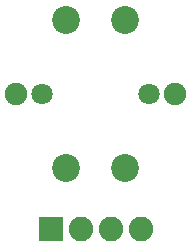
<source format=gbr>
G04 EAGLE Gerber RS-274X export*
G75*
%MOMM*%
%FSLAX34Y34*%
%LPD*%
%INSoldermask Bottom*%
%IPPOS*%
%AMOC8*
5,1,8,0,0,1.08239X$1,22.5*%
G01*
%ADD10C,2.362200*%
%ADD11C,1.903200*%
%ADD12C,1.803200*%
%ADD13R,2.082800X2.082800*%
%ADD14C,2.082800*%


D10*
X101200Y189500D03*
X51200Y189500D03*
X51200Y64500D03*
X101200Y64500D03*
D11*
X8700Y127000D03*
X143700Y127000D03*
D12*
X121200Y127000D03*
X31200Y127000D03*
D13*
X38100Y12700D03*
D14*
X63500Y12700D03*
X88900Y12700D03*
X114300Y12700D03*
M02*

</source>
